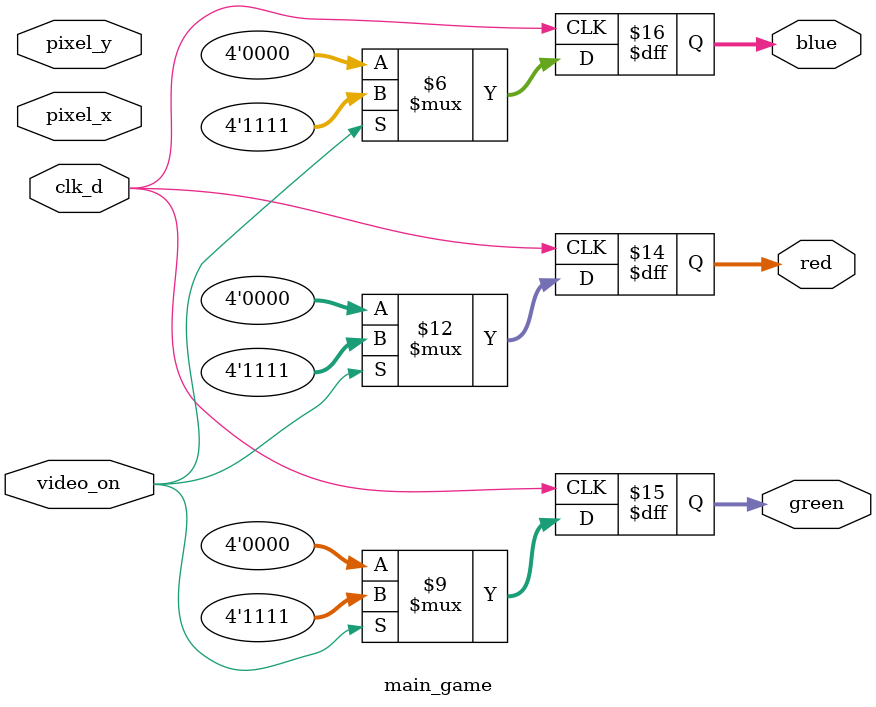
<source format=v>
module main_game(
    input clk_d,                  // Clock signal
    input [9:0] pixel_x,          // X-coordinate of the current pixel
    input [9:0] pixel_y,          // Y-coordinate of the current pixel
    input video_on,               // Video on signal (indicating valid area to display)
    output reg [3:0] red = 0,     // 4-bit Red output (VGA color component)
    output reg [3:0] green = 0,   // 4-bit Green output (VGA color component)
    output reg [3:0] blue = 0     // 4-bit Blue output (VGA color component)
);

    always @(posedge clk_d) begin
        if (video_on) 
        begin
            red <= 4'hF;
            green <= 4'hF;
            blue <= 4'hF;
        end 
        else 
        begin
            red <= 4'b0000;
            green <= 4'b0000;
            blue <= 4'b0000;
        end
    end   

endmodule
</source>
